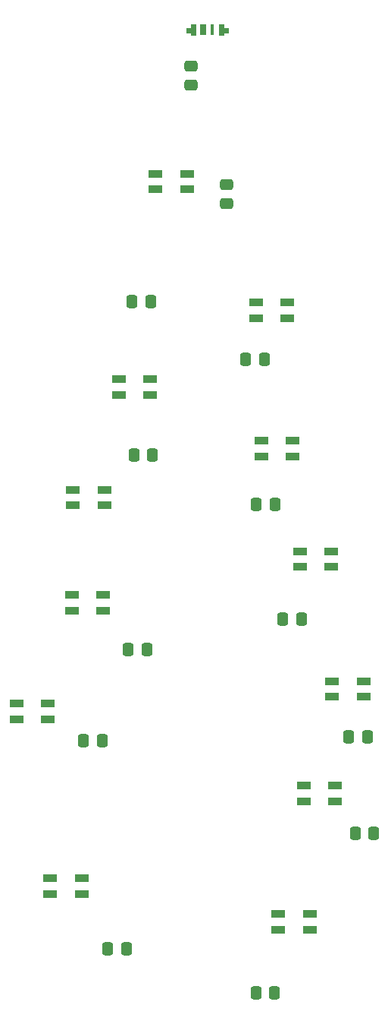
<source format=gbp>
G04 #@! TF.GenerationSoftware,KiCad,Pcbnew,8.0.5*
G04 #@! TF.CreationDate,2024-11-01T20:54:01+01:00*
G04 #@! TF.ProjectId,SL_Christmas_Tree_A,534c5f43-6872-4697-9374-6d61735f5472,2.1*
G04 #@! TF.SameCoordinates,Original*
G04 #@! TF.FileFunction,Paste,Bot*
G04 #@! TF.FilePolarity,Positive*
%FSLAX46Y46*%
G04 Gerber Fmt 4.6, Leading zero omitted, Abs format (unit mm)*
G04 Created by KiCad (PCBNEW 8.0.5) date 2024-11-01 20:54:01*
%MOMM*%
%LPD*%
G01*
G04 APERTURE LIST*
G04 Aperture macros list*
%AMRoundRect*
0 Rectangle with rounded corners*
0 $1 Rounding radius*
0 $2 $3 $4 $5 $6 $7 $8 $9 X,Y pos of 4 corners*
0 Add a 4 corners polygon primitive as box body*
4,1,4,$2,$3,$4,$5,$6,$7,$8,$9,$2,$3,0*
0 Add four circle primitives for the rounded corners*
1,1,$1+$1,$2,$3*
1,1,$1+$1,$4,$5*
1,1,$1+$1,$6,$7*
1,1,$1+$1,$8,$9*
0 Add four rect primitives between the rounded corners*
20,1,$1+$1,$2,$3,$4,$5,0*
20,1,$1+$1,$4,$5,$6,$7,0*
20,1,$1+$1,$6,$7,$8,$9,0*
20,1,$1+$1,$8,$9,$2,$3,0*%
G04 Aperture macros list end*
%ADD10C,0.010000*%
%ADD11RoundRect,0.250000X-0.337500X-0.475000X0.337500X-0.475000X0.337500X0.475000X-0.337500X0.475000X0*%
%ADD12RoundRect,0.250000X0.337500X0.475000X-0.337500X0.475000X-0.337500X-0.475000X0.337500X-0.475000X0*%
%ADD13R,1.600000X0.850000*%
%ADD14RoundRect,0.250000X-0.475000X0.337500X-0.475000X-0.337500X0.475000X-0.337500X0.475000X0.337500X0*%
%ADD15RoundRect,0.250000X0.475000X-0.337500X0.475000X0.337500X-0.475000X0.337500X-0.475000X-0.337500X0*%
%ADD16R,0.700000X1.200000*%
%ADD17R,0.450000X1.200000*%
G04 APERTURE END LIST*
D10*
X98525000Y-50000000D02*
X97975000Y-50000000D01*
X97975000Y-49750000D01*
X97525000Y-49750000D01*
X97525000Y-49200000D01*
X97975000Y-49200000D01*
X97975000Y-48800000D01*
X98525000Y-48800000D01*
X98525000Y-50000000D01*
G36*
X98525000Y-50000000D02*
G01*
X97975000Y-50000000D01*
X97975000Y-49750000D01*
X97525000Y-49750000D01*
X97525000Y-49200000D01*
X97975000Y-49200000D01*
X97975000Y-48800000D01*
X98525000Y-48800000D01*
X98525000Y-50000000D01*
G37*
X101675000Y-49200000D02*
X102125000Y-49200000D01*
X102125000Y-49750000D01*
X101675000Y-49750000D01*
X101675000Y-50000000D01*
X101125000Y-50000000D01*
X101125000Y-48800000D01*
X101675000Y-48800000D01*
X101675000Y-49200000D01*
G36*
X101675000Y-49200000D02*
G01*
X102125000Y-49200000D01*
X102125000Y-49750000D01*
X101675000Y-49750000D01*
X101675000Y-50000000D01*
X101125000Y-50000000D01*
X101125000Y-48800000D01*
X101675000Y-48800000D01*
X101675000Y-49200000D01*
G37*
D11*
X86000000Y-128675000D03*
X88075000Y-128675000D03*
X91650000Y-96825000D03*
X93725000Y-96825000D03*
D12*
X118425000Y-138975000D03*
X116350000Y-138975000D03*
D13*
X108775000Y-79800000D03*
X108775000Y-81550000D03*
X105275000Y-81550000D03*
X105275000Y-79800000D03*
X84825000Y-102425000D03*
X84825000Y-100675000D03*
X88325000Y-100675000D03*
X88325000Y-102425000D03*
X114100000Y-133675000D03*
X114100000Y-135425000D03*
X110600000Y-135425000D03*
X110600000Y-133675000D03*
X84675000Y-114150000D03*
X84675000Y-112400000D03*
X88175000Y-112400000D03*
X88175000Y-114150000D03*
D12*
X110325000Y-115125000D03*
X108250000Y-115125000D03*
X106187500Y-86175000D03*
X104112500Y-86175000D03*
D13*
X94050000Y-67200000D03*
X94050000Y-65450000D03*
X97550000Y-65450000D03*
X97550000Y-67200000D03*
D14*
X97975000Y-53487500D03*
X97975000Y-55562500D03*
D13*
X82275000Y-145700000D03*
X82275000Y-143950000D03*
X85775000Y-143950000D03*
X85775000Y-145700000D03*
X113700000Y-107525000D03*
X113700000Y-109275000D03*
X110200000Y-109275000D03*
X110200000Y-107525000D03*
D15*
X102000000Y-68737500D03*
X102000000Y-66662500D03*
D12*
X107400000Y-102300000D03*
X105325000Y-102300000D03*
D13*
X109350000Y-95200000D03*
X109350000Y-96950000D03*
X105850000Y-96950000D03*
X105850000Y-95200000D03*
X89925000Y-90075000D03*
X89925000Y-88325000D03*
X93425000Y-88325000D03*
X93425000Y-90075000D03*
D11*
X91437500Y-79675000D03*
X93512500Y-79675000D03*
D16*
X99375000Y-49400000D03*
D17*
X100400000Y-49400000D03*
D13*
X117275000Y-122000000D03*
X117275000Y-123750000D03*
X113775000Y-123750000D03*
X113775000Y-122000000D03*
D12*
X107325000Y-156775000D03*
X105250000Y-156775000D03*
D11*
X88725000Y-151800000D03*
X90800000Y-151800000D03*
D13*
X78500000Y-126225000D03*
X78500000Y-124475000D03*
X82000000Y-124475000D03*
X82000000Y-126225000D03*
D11*
X91012500Y-118450000D03*
X93087500Y-118450000D03*
D12*
X117712500Y-128200000D03*
X115637500Y-128200000D03*
D13*
X111275000Y-147975000D03*
X111275000Y-149725000D03*
X107775000Y-149725000D03*
X107775000Y-147975000D03*
M02*

</source>
